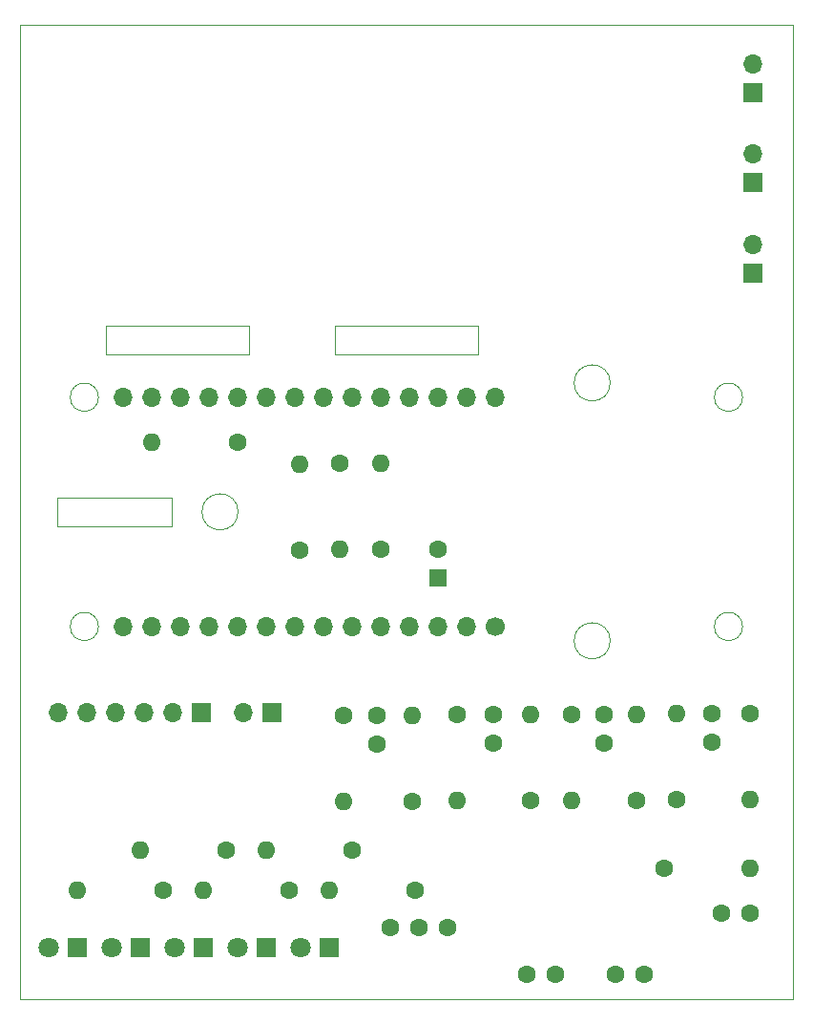
<source format=gts>
G04 #@! TF.GenerationSoftware,KiCad,Pcbnew,(5.1.4)-1*
G04 #@! TF.CreationDate,2019-12-13T15:42:32+01:00*
G04 #@! TF.ProjectId,e-p-wifi,652d702d-7769-4666-992e-6b696361645f,1.0*
G04 #@! TF.SameCoordinates,Original*
G04 #@! TF.FileFunction,Soldermask,Top*
G04 #@! TF.FilePolarity,Negative*
%FSLAX46Y46*%
G04 Gerber Fmt 4.6, Leading zero omitted, Abs format (unit mm)*
G04 Created by KiCad (PCBNEW (5.1.4)-1) date 2019-12-13 15:42:32*
%MOMM*%
%LPD*%
G04 APERTURE LIST*
%ADD10C,0.100000*%
%ADD11R,1.800000X1.800000*%
%ADD12C,1.800000*%
%ADD13C,1.600000*%
%ADD14R,1.700000X1.700000*%
%ADD15O,1.700000X1.700000*%
%ADD16R,1.600000X1.600000*%
%ADD17O,1.600000X1.600000*%
%ADD18C,1.700000*%
G04 APERTURE END LIST*
D10*
X44754600Y-68580000D02*
G75*
G03X44754600Y-68580000I-1600000J0D01*
G01*
X32365000Y-58420000D02*
G75*
G03X32365000Y-58420000I-1250000J0D01*
G01*
X32365000Y-78740000D02*
G75*
G03X32365000Y-78740000I-1250000J0D01*
G01*
X89515000Y-58420000D02*
G75*
G03X89515000Y-58420000I-1250000J0D01*
G01*
X77774600Y-57150000D02*
G75*
G03X77774600Y-57150000I-1600000J0D01*
G01*
X77774600Y-80010000D02*
G75*
G03X77774600Y-80010000I-1600000J0D01*
G01*
X89515000Y-78740000D02*
G75*
G03X89515000Y-78740000I-1250000J0D01*
G01*
X45726000Y-52070000D02*
X45726000Y-54610000D01*
X33026000Y-52070000D02*
X33026000Y-54610000D01*
X33026000Y-52070000D02*
X45726000Y-52070000D01*
X33026000Y-54610000D02*
X45726000Y-54610000D01*
X53340000Y-54610000D02*
X53340000Y-52070000D01*
X66040000Y-52070000D02*
X66040000Y-54610000D01*
X53340000Y-52070000D02*
X66040000Y-52070000D01*
X53340000Y-54610000D02*
X66040000Y-54610000D01*
X28702000Y-69850000D02*
X38862000Y-69850000D01*
X38862000Y-67310000D02*
X28702000Y-67310000D01*
X28702000Y-67310000D02*
X28702000Y-69850000D01*
X25400000Y-111760000D02*
X93980000Y-111760000D01*
X93980000Y-25400000D02*
X93980000Y-111760000D01*
X25400000Y-25400000D02*
X25400000Y-111760000D01*
X38862000Y-67310000D02*
X38862000Y-69850000D01*
X25400000Y-25400000D02*
X93980000Y-25400000D01*
D11*
X47244000Y-107188000D03*
D12*
X44704000Y-107188000D03*
D11*
X36068000Y-107188000D03*
D12*
X33528000Y-107188000D03*
D13*
X60800000Y-105400000D03*
X58260000Y-105400000D03*
X63340000Y-105400000D03*
D14*
X41530000Y-86360000D03*
D15*
X38990000Y-86360000D03*
X36450000Y-86360000D03*
X33910000Y-86360000D03*
X31370000Y-86360000D03*
X28830000Y-86360000D03*
D12*
X27940000Y-107188000D03*
D11*
X30480000Y-107188000D03*
D13*
X77190000Y-89060000D03*
X77190000Y-86560000D03*
D14*
X90400000Y-31400000D03*
D15*
X90400000Y-28860000D03*
D14*
X90400000Y-47400000D03*
D15*
X90400000Y-44860000D03*
X45190000Y-86360000D03*
D14*
X47730000Y-86360000D03*
D16*
X62500000Y-74400000D03*
D13*
X62500000Y-71900000D03*
X86790000Y-86460000D03*
X86790000Y-88960000D03*
X67390000Y-86560000D03*
X67390000Y-89060000D03*
D11*
X41656000Y-107188000D03*
D12*
X39116000Y-107188000D03*
D13*
X57090000Y-89160000D03*
X57090000Y-86660000D03*
D12*
X50292000Y-107188000D03*
D11*
X52832000Y-107188000D03*
D15*
X90400000Y-36860000D03*
D14*
X90400000Y-39400000D03*
D13*
X50200000Y-72000000D03*
D17*
X50200000Y-64380000D03*
X90190000Y-94080000D03*
D13*
X90190000Y-86460000D03*
D17*
X64190000Y-94180000D03*
D13*
X64190000Y-86560000D03*
X53800000Y-64300000D03*
D17*
X53800000Y-71920000D03*
X36068000Y-98552000D03*
D13*
X43688000Y-98552000D03*
D17*
X60190000Y-86640000D03*
D13*
X60190000Y-94260000D03*
X70700000Y-94170000D03*
D17*
X70700000Y-86550000D03*
D13*
X60452000Y-102108000D03*
D17*
X52832000Y-102108000D03*
D13*
X74390000Y-86560000D03*
D17*
X74390000Y-94180000D03*
X47244000Y-98552000D03*
D13*
X54864000Y-98552000D03*
X49276000Y-102108000D03*
D17*
X41656000Y-102108000D03*
X90170000Y-100200000D03*
D13*
X82550000Y-100200000D03*
D17*
X80090000Y-86540000D03*
D13*
X80090000Y-94160000D03*
X57400000Y-71900000D03*
D17*
X57400000Y-64280000D03*
X30480000Y-102108000D03*
D13*
X38100000Y-102108000D03*
D15*
X67565000Y-58420000D03*
X65025000Y-78740000D03*
X65025000Y-58420000D03*
X62485000Y-78740000D03*
X62485000Y-58420000D03*
X59945000Y-78740000D03*
X59945000Y-58420000D03*
X57405000Y-78740000D03*
X57405000Y-58420000D03*
X54865000Y-78740000D03*
X54865000Y-58420000D03*
X52325000Y-78740000D03*
X52325000Y-58420000D03*
X49785000Y-78740000D03*
X49785000Y-58420000D03*
X47245000Y-78740000D03*
X47245000Y-58420000D03*
X44705000Y-78740000D03*
X44705000Y-58420000D03*
X42165000Y-78740000D03*
X42165000Y-58420000D03*
X39625000Y-78740000D03*
X39625000Y-58420000D03*
X37085000Y-78740000D03*
X37085000Y-58420000D03*
X34545000Y-78740000D03*
X34545000Y-58420000D03*
D18*
X67565000Y-78740000D03*
D17*
X37080000Y-62400000D03*
D13*
X44700000Y-62400000D03*
X83690000Y-94060000D03*
D17*
X83690000Y-86440000D03*
D13*
X54090000Y-86660000D03*
D17*
X54090000Y-94280000D03*
D13*
X87630000Y-104125000D03*
X90170000Y-104125000D03*
X80770000Y-109600000D03*
X78230000Y-109600000D03*
X70330000Y-109600000D03*
X72870000Y-109600000D03*
M02*

</source>
